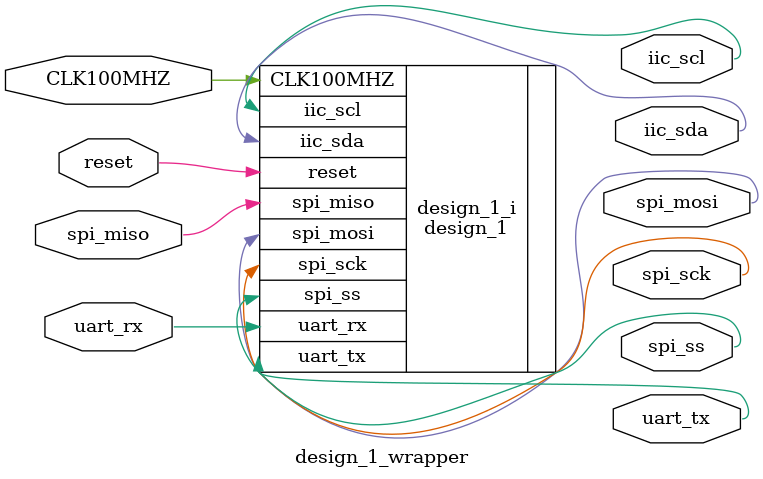
<source format=v>
`timescale 1 ps / 1 ps

module design_1_wrapper
   (CLK100MHZ,
    iic_scl,
    iic_sda,
    reset,
    spi_miso,
    spi_mosi,
    spi_sck,
    spi_ss,
    uart_rx,
    uart_tx);
  input CLK100MHZ;
  output iic_scl;
  output iic_sda;
  input reset;
  input spi_miso;
  output spi_mosi;
  output spi_sck;
  output [0:0]spi_ss;
  input uart_rx;
  output uart_tx;

  wire CLK100MHZ;
  wire iic_scl;
  wire iic_sda;
  wire reset;
  wire spi_miso;
  wire spi_mosi;
  wire spi_sck;
  wire [0:0]spi_ss;
  wire uart_rx;
  wire uart_tx;

  design_1 design_1_i
       (.CLK100MHZ(CLK100MHZ),
        .iic_scl(iic_scl),
        .iic_sda(iic_sda),
        .reset(reset),
        .spi_miso(spi_miso),
        .spi_mosi(spi_mosi),
        .spi_sck(spi_sck),
        .spi_ss(spi_ss),
        .uart_rx(uart_rx),
        .uart_tx(uart_tx));
endmodule

</source>
